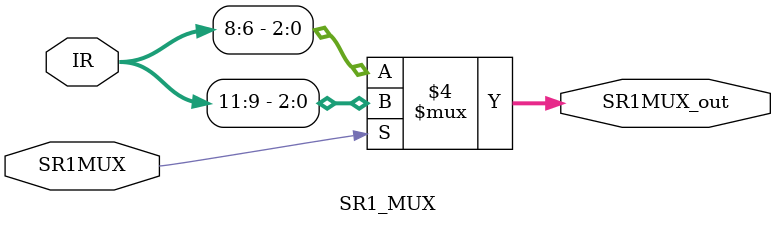
<source format=sv>
module SR1_MUX(
	input logic [15:0] IR,
	input logic SR1MUX,
	output logic [2:0] SR1MUX_out
);

always_comb begin
	if(~SR1MUX)
		SR1MUX_out = IR[8:6];
	else
		SR1MUX_out = IR[11:9];

end
endmodule

</source>
